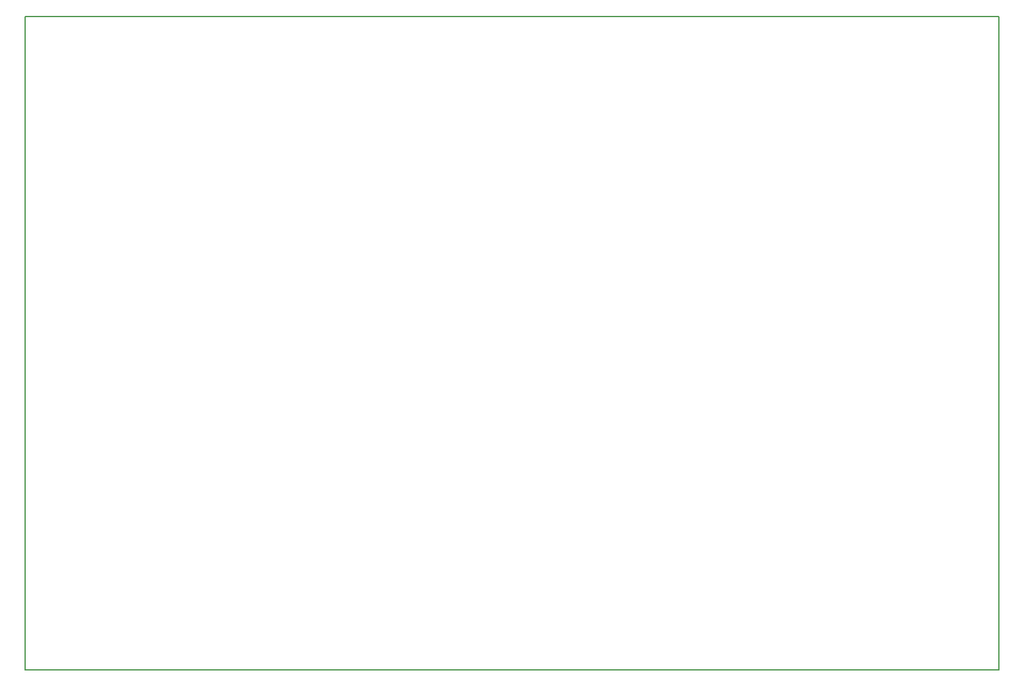
<source format=gbr>
G04 PROTEUS RS274X GERBER FILE*
%FSLAX45Y45*%
%MOMM*%
G01*
%ADD12C,0.203200*%
D12*
X-10420000Y-3810000D02*
X+3040000Y-3810000D01*
X+3040000Y+5230000D01*
X-10420000Y+5230000D01*
X-10420000Y-3810000D01*
M02*

</source>
